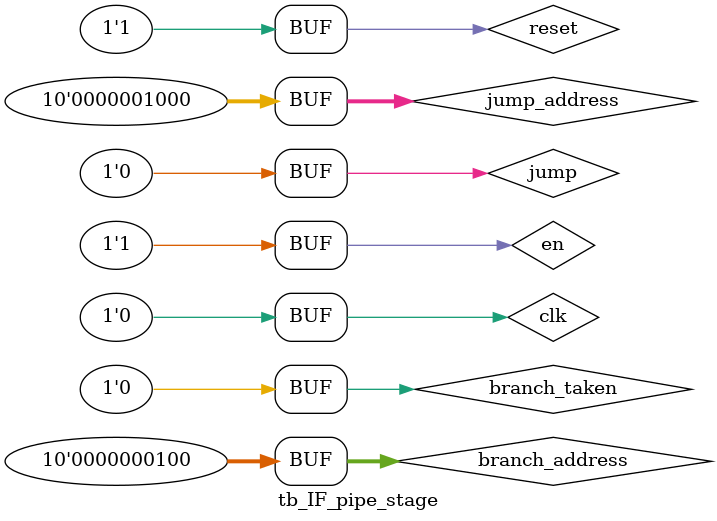
<source format=v>
`timescale 1ns / 1ps
module tb_IF_pipe_stage();
    reg clk, reset, en;
    reg [9:0] branch_address, jump_address;
    reg branch_taken, jump;
    wire [9:0] pc_plus4;
    wire [31:0] instr;
    
    // Instantiate the IF_pipe_stage module
    IF_pipe_stage uut(
        .clk(clk), 
        .reset(reset),
        .en(en),
        .branch_address(branch_address),
        .jump_address(jump_address),
        .branch_taken(branch_taken),
        .jump(jump),
        .pc_plus4(pc_plus4),
        .instr(instr)
    );
    
    // Clock generation
    
    // Initial condition
    initial begin
        clk = 0;
        reset = 1;
        en = 0;
        branch_address = 10'b0;
        jump_address = 10'b0;
        branch_taken = 0;
        jump = 0;
        
        //set the initial conditions
        #10 clk = 1;
        #10 clk = 0;
        
        
        reset = 0;
        en = 1;
        branch_address = 10'b0;
        jump_address = 10'b0;
        branch_taken = 0;
        jump = 0;
        
        //expect pc + 4 to be moved to 8
        //expect instruction to be moved to instmem[1]
        #10 clk = 1;
        #10 clk = 0;
        
        
        reset = 1;
        en = 1;
        branch_address = 10'b0;
        jump_address = 10'b0;
        branch_taken = 0;
        jump = 0;

        //expect pc + 4 to be moved to 4
        //expect instruction to be moved to instmem[0]
        #10 clk = 1;
        #10 clk = 0;
        
        
        reset = 0;
        en = 1;
        branch_address = 10'b0;
        jump_address = 10'b0;
        branch_taken = 0;
        jump = 0;
        
        //expect pc + 4 to be moved to 8
        //expect instruction to be moved to instmem[1]
        #10 clk = 1;
        #10 clk = 0;
        
        
        reset = 0;
        en = 1;
        branch_address = 10'b0;
        jump_address = 10'b0;
        branch_taken = 0;
        jump = 0;
        
        //expect pc + 4 to be moved to 12
        //expect instruction to be moved to instmem[2]
        #10 clk = 1;
        #10 clk = 0;
        
        
        reset = 0;
        en = 1;
        branch_address = 10'b0;
        jump_address = 10'b0;
        branch_taken = 0;
        jump = 0;
             
        //expect pc + 4 to be moved to 16
        //expect instruction to be moved to instmem[3]
        #10 clk = 1;
        #10 clk = 0;
        
        reset = 0;
        en = 1;
        branch_address = 10'b0;
        jump_address = 10'b1000;
        branch_taken = 0;
        jump = 1;
        
        //expect pc + 4 to be moved to 12
        //expect instruction to be moved to instmem[2]
        #10 clk = 1;
        #10 clk = 0;
        
        
        reset = 0;
        en = 1;
        branch_address = 10'b0;
        jump_address = 10'b0;
        branch_taken = 0;
        jump = 0;       
       
        //expect pc + 4 to be moved to 16
        //expect instruction to be moved to instmem[3]
        #10 clk = 1;
        #10 clk = 0;
        
        
        reset = 0;
        en = 1;
        branch_address = 10'b0;
        jump_address = 10'b0;
        branch_taken = 0;
        jump = 0;
               
        //expect pc + 4 to be moved to 20
        //expect instruction to be moved to instmem[4]
        #10 clk = 1;
        #10 clk = 0;
        
        
        reset = 0;
        en = 1;
        branch_address = 10'b100;
        jump_address = 10'b0;
        branch_taken = 1;
        jump = 0;
               
        //expect pc + 4 to be moved to 8
        //expect instruction to be moved to instmem[1]
        #10 clk = 1;
        #10 clk = 0;
        
        
        reset = 0;
        en = 1;
        branch_address = 10'b100;
        jump_address = 10'b1000;
        branch_taken = 0;
        jump = 0;
               
        //expect pc + 4 to be moved to 12
        //expect instruction to be moved to instmem[2]
        #10 clk = 1;
        #10 clk = 0;
        
        
        reset = 1;
        en = 1;
        branch_address = 10'b100;
        jump_address = 10'b1000;
        branch_taken = 0;
        jump = 0;
               
        //expect pc + 4 to be moved to 4
        //expect instruction to be moved to instmem[0]
        #10 clk = 1;
        #10 clk = 0;
        
    end


endmodule

</source>
